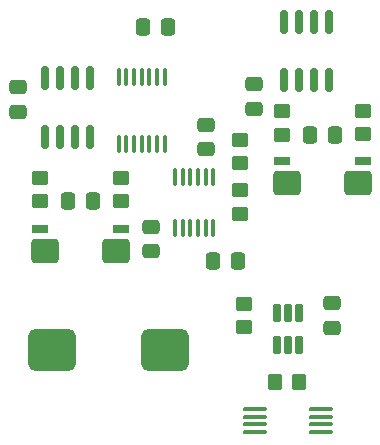
<source format=gbr>
%TF.GenerationSoftware,KiCad,Pcbnew,9.0.3*%
%TF.CreationDate,2025-08-05T15:46:52-07:00*%
%TF.ProjectId,Joule Thief,4a6f756c-6520-4546-9869-65662e6b6963,R1*%
%TF.SameCoordinates,Original*%
%TF.FileFunction,Paste,Top*%
%TF.FilePolarity,Positive*%
%FSLAX46Y46*%
G04 Gerber Fmt 4.6, Leading zero omitted, Abs format (unit mm)*
G04 Created by KiCad (PCBNEW 9.0.3) date 2025-08-05 15:46:52*
%MOMM*%
%LPD*%
G01*
G04 APERTURE LIST*
G04 Aperture macros list*
%AMRoundRect*
0 Rectangle with rounded corners*
0 $1 Rounding radius*
0 $2 $3 $4 $5 $6 $7 $8 $9 X,Y pos of 4 corners*
0 Add a 4 corners polygon primitive as box body*
4,1,4,$2,$3,$4,$5,$6,$7,$8,$9,$2,$3,0*
0 Add four circle primitives for the rounded corners*
1,1,$1+$1,$2,$3*
1,1,$1+$1,$4,$5*
1,1,$1+$1,$6,$7*
1,1,$1+$1,$8,$9*
0 Add four rect primitives between the rounded corners*
20,1,$1+$1,$2,$3,$4,$5,0*
20,1,$1+$1,$4,$5,$6,$7,0*
20,1,$1+$1,$6,$7,$8,$9,0*
20,1,$1+$1,$8,$9,$2,$3,0*%
G04 Aperture macros list end*
%ADD10RoundRect,0.100000X-0.900000X-0.100000X0.900000X-0.100000X0.900000X0.100000X-0.900000X0.100000X0*%
%ADD11RoundRect,0.243600X0.901400X0.771400X-0.901400X0.771400X-0.901400X-0.771400X0.901400X-0.771400X0*%
%ADD12RoundRect,0.091200X0.608800X0.288800X-0.608800X0.288800X-0.608800X-0.288800X0.608800X-0.288800X0*%
%ADD13RoundRect,0.190000X0.510000X0.190000X-0.510000X0.190000X-0.510000X-0.190000X0.510000X-0.190000X0*%
%ADD14RoundRect,0.525000X1.475000X-1.225000X1.475000X1.225000X-1.475000X1.225000X-1.475000X-1.225000X0*%
%ADD15RoundRect,0.250000X-0.450000X0.350000X-0.450000X-0.350000X0.450000X-0.350000X0.450000X0.350000X0*%
%ADD16RoundRect,0.100000X-0.100000X0.637500X-0.100000X-0.637500X0.100000X-0.637500X0.100000X0.637500X0*%
%ADD17RoundRect,0.100000X-0.100000X0.625000X-0.100000X-0.625000X0.100000X-0.625000X0.100000X0.625000X0*%
%ADD18RoundRect,0.250000X0.450000X-0.350000X0.450000X0.350000X-0.450000X0.350000X-0.450000X-0.350000X0*%
%ADD19RoundRect,0.150000X-0.150000X0.825000X-0.150000X-0.825000X0.150000X-0.825000X0.150000X0.825000X0*%
%ADD20RoundRect,0.250000X-0.337500X-0.475000X0.337500X-0.475000X0.337500X0.475000X-0.337500X0.475000X0*%
%ADD21RoundRect,0.250000X0.475000X-0.337500X0.475000X0.337500X-0.475000X0.337500X-0.475000X-0.337500X0*%
%ADD22RoundRect,0.250000X-0.475000X0.337500X-0.475000X-0.337500X0.475000X-0.337500X0.475000X0.337500X0*%
%ADD23RoundRect,0.250000X-0.350000X-0.450000X0.350000X-0.450000X0.350000X0.450000X-0.350000X0.450000X0*%
%ADD24RoundRect,0.250000X0.337500X0.475000X-0.337500X0.475000X-0.337500X-0.475000X0.337500X-0.475000X0*%
%ADD25RoundRect,0.162500X0.162500X-0.617500X0.162500X0.617500X-0.162500X0.617500X-0.162500X-0.617500X0*%
G04 APERTURE END LIST*
D10*
%TO.C,U7*%
X143950000Y-79040349D03*
X143950000Y-79680349D03*
X143950000Y-80340349D03*
X143950000Y-80980349D03*
X149550000Y-80980349D03*
X149550000Y-80340349D03*
X149550000Y-79680349D03*
X149550000Y-79040349D03*
%TD*%
D11*
%TO.C,R6*%
X152674580Y-59925000D03*
D12*
X153119580Y-58020000D03*
D13*
X146259580Y-58020000D03*
D11*
X146704580Y-59925000D03*
%TD*%
%TO.C,R1*%
X132194826Y-65660000D03*
D12*
X132639826Y-63755000D03*
D13*
X125779826Y-63755000D03*
D11*
X126224826Y-65660000D03*
%TD*%
D14*
%TO.C,L1*%
X126819826Y-74000000D03*
X136319826Y-74000000D03*
%TD*%
D15*
%TO.C,R7*%
X146258496Y-53792436D03*
X146258496Y-55792436D03*
%TD*%
D16*
%TO.C,U3*%
X136319826Y-50900000D03*
X135669826Y-50900000D03*
X135019826Y-50900000D03*
X134369826Y-50900000D03*
X133719826Y-50900000D03*
X133069826Y-50900000D03*
X132419826Y-50900000D03*
X132419826Y-56625000D03*
X133069826Y-56625000D03*
X133719826Y-56625000D03*
X134369826Y-56625000D03*
X135019826Y-56625000D03*
X135669826Y-56625000D03*
X136319826Y-56625000D03*
%TD*%
D17*
%TO.C,U2*%
X140453580Y-59401000D03*
X139803580Y-59401000D03*
X139153580Y-59401000D03*
X138503580Y-59401000D03*
X137853580Y-59401000D03*
X137203580Y-59401000D03*
X137203580Y-63701000D03*
X137853580Y-63701000D03*
X138503580Y-63701000D03*
X139153580Y-63701000D03*
X139803580Y-63701000D03*
X140453580Y-63701000D03*
%TD*%
D15*
%TO.C,R9*%
X143065743Y-70110349D03*
X143065743Y-72110349D03*
%TD*%
D18*
%TO.C,R4*%
X142704580Y-62525000D03*
X142704580Y-60525000D03*
%TD*%
D19*
%TO.C,U4*%
X150200000Y-46250000D03*
X148930000Y-46250000D03*
X147660000Y-46250000D03*
X146390000Y-46250000D03*
X146390000Y-51200000D03*
X147660000Y-51200000D03*
X148930000Y-51200000D03*
X150200000Y-51200000D03*
%TD*%
D20*
%TO.C,C5*%
X140449882Y-66525000D03*
X142524882Y-66525000D03*
%TD*%
D21*
%TO.C,C10*%
X150465743Y-72147849D03*
X150465743Y-70072849D03*
%TD*%
D22*
%TO.C,C9*%
X143901125Y-51533089D03*
X143901125Y-53608089D03*
%TD*%
D15*
%TO.C,R8*%
X153118175Y-53787510D03*
X153118175Y-55787510D03*
%TD*%
D21*
%TO.C,C4*%
X135169826Y-65675000D03*
X135169826Y-63600000D03*
%TD*%
%TO.C,C6*%
X139796709Y-57037500D03*
X139796709Y-54962500D03*
%TD*%
D20*
%TO.C,C7*%
X134494826Y-46700000D03*
X136569826Y-46700000D03*
%TD*%
D15*
%TO.C,R3*%
X132646915Y-59450000D03*
X132646915Y-61450000D03*
%TD*%
D18*
%TO.C,R5*%
X142704580Y-58225000D03*
X142704580Y-56225000D03*
%TD*%
D23*
%TO.C,R10*%
X145665743Y-76710349D03*
X147665743Y-76710349D03*
%TD*%
D24*
%TO.C,C1*%
X130247326Y-61450000D03*
X128172326Y-61450000D03*
%TD*%
D19*
%TO.C,U1*%
X129974826Y-51025000D03*
X128704826Y-51025000D03*
X127434826Y-51025000D03*
X126164826Y-51025000D03*
X126164826Y-55975000D03*
X127434826Y-55975000D03*
X128704826Y-55975000D03*
X129974826Y-55975000D03*
%TD*%
D25*
%TO.C,U5*%
X145800000Y-73600000D03*
X146750000Y-73600000D03*
X147700000Y-73600000D03*
X147700000Y-70900000D03*
X146750000Y-70900000D03*
X145800000Y-70900000D03*
%TD*%
D21*
%TO.C,C2*%
X123869826Y-53875000D03*
X123869826Y-51800000D03*
%TD*%
D15*
%TO.C,R2*%
X125784826Y-59450000D03*
X125784826Y-61450000D03*
%TD*%
D24*
%TO.C,C8*%
X150727080Y-55790000D03*
X148652080Y-55790000D03*
%TD*%
M02*

</source>
